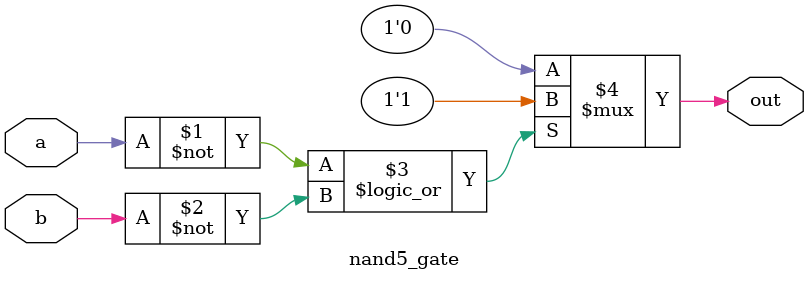
<source format=v>
module nand5_gate(
  input a,
  input b,
  output out
);

  assign out = (a == 1'b0 || b == 1'b0) ? 1'b1 : 1'b0; // NAND using conditional expression

endmodule

</source>
